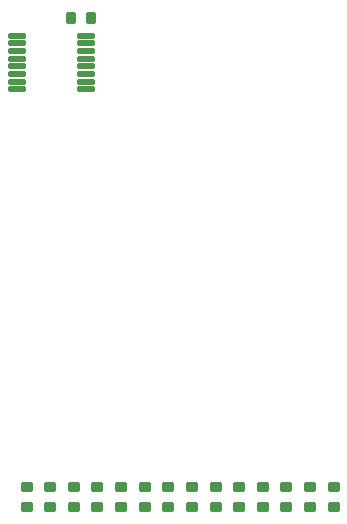
<source format=gbr>
%TF.GenerationSoftware,KiCad,Pcbnew,8.0.4*%
%TF.CreationDate,2024-08-09T00:15:22+02:00*%
%TF.ProjectId,ELE0124CL_control,454c4530-3132-4344-934c-5f636f6e7472,rev?*%
%TF.SameCoordinates,Original*%
%TF.FileFunction,Paste,Top*%
%TF.FilePolarity,Positive*%
%FSLAX46Y46*%
G04 Gerber Fmt 4.6, Leading zero omitted, Abs format (unit mm)*
G04 Created by KiCad (PCBNEW 8.0.4) date 2024-08-09 00:15:22*
%MOMM*%
%LPD*%
G01*
G04 APERTURE LIST*
G04 Aperture macros list*
%AMRoundRect*
0 Rectangle with rounded corners*
0 $1 Rounding radius*
0 $2 $3 $4 $5 $6 $7 $8 $9 X,Y pos of 4 corners*
0 Add a 4 corners polygon primitive as box body*
4,1,4,$2,$3,$4,$5,$6,$7,$8,$9,$2,$3,0*
0 Add four circle primitives for the rounded corners*
1,1,$1+$1,$2,$3*
1,1,$1+$1,$4,$5*
1,1,$1+$1,$6,$7*
1,1,$1+$1,$8,$9*
0 Add four rect primitives between the rounded corners*
20,1,$1+$1,$2,$3,$4,$5,0*
20,1,$1+$1,$4,$5,$6,$7,0*
20,1,$1+$1,$6,$7,$8,$9,0*
20,1,$1+$1,$8,$9,$2,$3,0*%
G04 Aperture macros list end*
%ADD10RoundRect,0.050000X-0.425000X0.350000X-0.425000X-0.350000X0.425000X-0.350000X0.425000X0.350000X0*%
%ADD11RoundRect,0.050000X-0.700000X-0.175000X0.700000X-0.175000X0.700000X0.175000X-0.700000X0.175000X0*%
%ADD12RoundRect,0.050000X0.350000X0.425000X-0.350000X0.425000X-0.350000X-0.425000X0.350000X-0.425000X0*%
G04 APERTURE END LIST*
D10*
%TO.C,R1*%
X132000000Y-89975000D03*
X132000000Y-91625000D03*
%TD*%
%TO.C,C2*%
X134000000Y-89975000D03*
X134000000Y-91625000D03*
%TD*%
%TO.C,C3*%
X138000000Y-89975000D03*
X138000000Y-91625000D03*
%TD*%
%TO.C,R7*%
X128000000Y-89975000D03*
X128000000Y-91625000D03*
%TD*%
%TO.C,R4*%
X144000000Y-89975000D03*
X144000000Y-91625000D03*
%TD*%
%TO.C,C5*%
X118000000Y-89975000D03*
X118000000Y-91625000D03*
%TD*%
%TO.C,C6*%
X122000000Y-89975000D03*
X122000000Y-91625000D03*
%TD*%
%TO.C,C7*%
X126000000Y-89975000D03*
X126000000Y-91625000D03*
%TD*%
D11*
%TO.C,U1*%
X117200000Y-51725000D03*
X117200000Y-52375000D03*
X117200000Y-53025000D03*
X117200000Y-53675000D03*
X117200000Y-54325000D03*
X117200000Y-54975000D03*
X117200000Y-55625000D03*
X117200000Y-56275000D03*
X123000000Y-56275000D03*
X123000000Y-55625000D03*
X123000000Y-54975000D03*
X123000000Y-54325000D03*
X123000000Y-53675000D03*
X123000000Y-53025000D03*
X123000000Y-52375000D03*
X123000000Y-51725000D03*
%TD*%
D12*
%TO.C,C8*%
X123425000Y-50200000D03*
X121775000Y-50200000D03*
%TD*%
D10*
%TO.C,C1*%
X130000000Y-89975000D03*
X130000000Y-91625000D03*
%TD*%
%TO.C,R6*%
X124000000Y-89975000D03*
X124000000Y-91625000D03*
%TD*%
%TO.C,R2*%
X136000000Y-89975000D03*
X136000000Y-91625000D03*
%TD*%
%TO.C,R3*%
X140000000Y-89975000D03*
X140000000Y-91625000D03*
%TD*%
%TO.C,R5*%
X120000000Y-89975000D03*
X120000000Y-91625000D03*
%TD*%
%TO.C,C4*%
X142000000Y-89975000D03*
X142000000Y-91625000D03*
%TD*%
M02*

</source>
